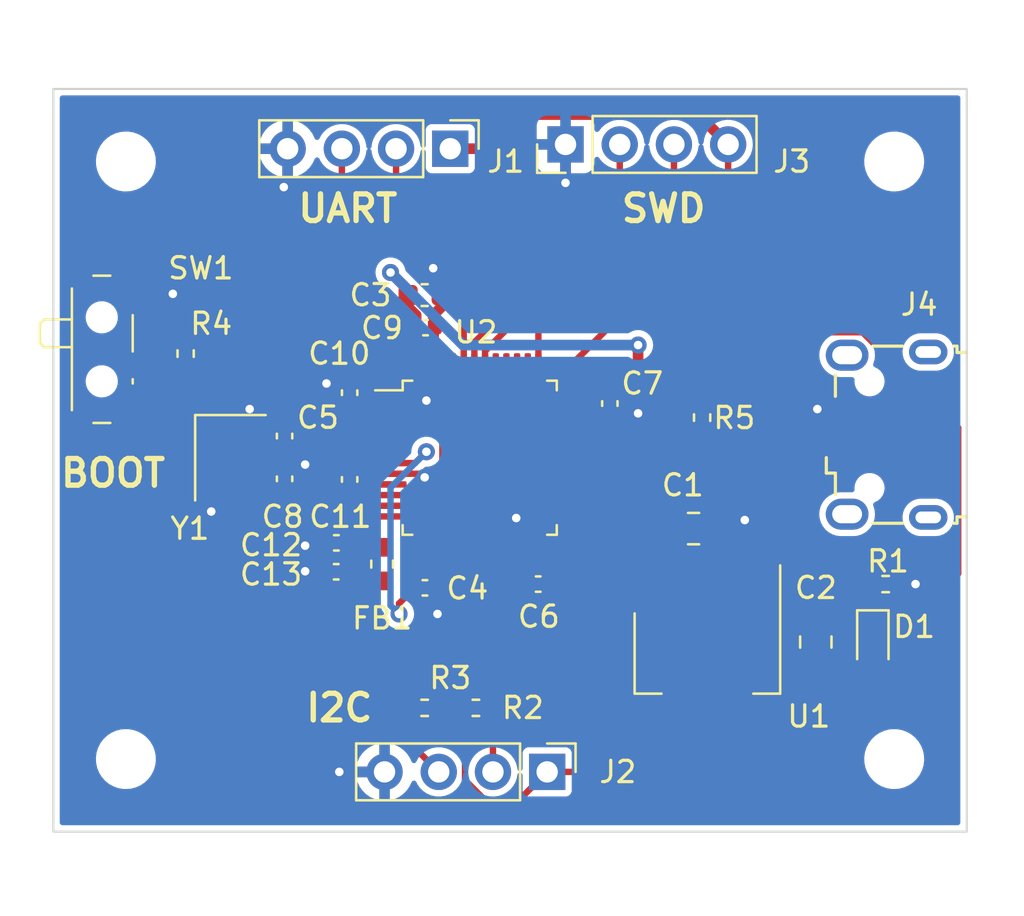
<source format=kicad_pcb>
(kicad_pcb (version 20211014) (generator pcbnew)
  (layers (0 "F.Cu" signal) (31 "B.Cu" power) (34 "B.Paste" user) (35 "F.Paste" user) (36 "B.SilkS" user "B.Silkscreen") (37 "F.SilkS" user "F.Silkscreen") (38 "B.Mask" user) (39 "F.Mask" user) (44 "Edge.Cuts" user))
  (net 0 "")
  (net 1 "VBUS")
  (net 2 "GND")
  (net 3 "+3V3")
  (net 4 "/NRST")
  (net 5 "/HSE_IN")
  (net 6 "/HSE_OUT")
  (net 7 "+3.3VA")
  (net 8 "/PWR_LED_K")
  (net 9 "/USARTT1_TX")
  (net 10 "/USART1_RX")
  (net 11 "/I2C1_SCL")
  (net 12 "/I2C1_SDA")
  (net 13 "/SWCLK")
  (net 14 "/SWDIO")
  (net 15 "/USB_D-")
  (net 16 "/USB_D+")
  (net 19 "/SW_BOOT0")
  (net 20 "/BOOT0")
  (footprint "Capacitor_SMD:C_0402_1005Metric" (layer "F.Cu") (at 71.32 61.8 180)
    (fp_text reference "C6" (at -0.028 -1.524 180) (layer "F.SilkS"))
    (fp_text value "100n")
    (fp_line (start -0.107836 -0.36) (end 0.107836 -0.36) (layer "F.SilkS") (width 0.12))
    (fp_line (start -0.107836 0.36) (end 0.107836 0.36) (layer "F.SilkS") (width 0.12))
    (pad "1" smd roundrect (at -0.48 0 180) (size 0.56 0.62) (layers "F.Cu" "F.Paste" "F.Mask") (net 3 "+3V3"))
    (pad "2" smd roundrect (at 0.48 0 180) (size 0.56 0.62) (layers "F.Cu" "F.Paste" "F.Mask") (net 2 "GND"))
  )
  (footprint "Connector_PinHeader_2.54mm:PinHeader_1x04_P2.54mm_Vertical" (layer "F.Cu") (at 72.6 41.2 90)
    (fp_text reference "J3" (at -0.8 10.6) (layer "F.SilkS"))
    (fp_text value "Conn_01x04_Male")
    (fp_line (start 1.33 1.27) (end 1.33 8.95) (layer "F.SilkS") (width 0.12))
    (fp_line (start -1.33 1.27) (end 1.33 1.27) (layer "F.SilkS") (width 0.12))
    (fp_line (start -1.33 0) (end -1.33 -1.33) (layer "F.SilkS") (width 0.12))
    (fp_line (start -1.33 8.95) (end 1.33 8.95) (layer "F.SilkS") (width 0.12))
    (fp_line (start -1.33 1.27) (end -1.33 8.95) (layer "F.SilkS") (width 0.12))
    (fp_line (start -1.33 -1.33) (end 0 -1.33) (layer "F.SilkS") (width 0.12))
    (pad "1" thru_hole rect (at 0 0 90) (size 1.7 1.7) (drill 1) (layers *.Cu *.Mask) (net 2 "GND"))
    (pad "2" thru_hole oval (at 0 2.54 90) (size 1.7 1.7) (drill 1) (layers *.Cu *.Mask) (net 13 "/SWCLK"))
    (pad "3" thru_hole oval (at 0 5.08 90) (size 1.7 1.7) (drill 1) (layers *.Cu *.Mask) (net 14 "/SWDIO"))
    (pad "4" thru_hole oval (at 0 7.62 90) (size 1.7 1.7) (drill 1) (layers *.Cu *.Mask) (net 3 "+3V3"))
  )
  (footprint "Package_TO_SOT_SMD:SOT-223-3_TabPin2" (layer "F.Cu") (at 79.248 65.024 -90)
    (fp_text reference "U1" (at 2.976 -4.752 180) (layer "F.SilkS"))
    (fp_text value "AMS1117-3.3")
    (fp_line (start 1.91 -3.41) (end 1.91 -2.15) (layer "F.SilkS") (width 0.12))
    (fp_line (start -4.1 -3.41) (end 1.91 -3.41) (layer "F.SilkS") (width 0.12))
    (fp_line (start 1.91 3.41) (end 1.91 2.15) (layer "F.SilkS") (width 0.12))
    (fp_line (start -1.85 3.41) (end 1.91 3.41) (layer "F.SilkS") (width 0.12))
    (pad "1" smd rect (at -3.15 -2.3 270) (size 2 1.5) (layers "F.Cu" "F.Paste" "F.Mask") (net 2 "GND"))
    (pad "2" smd rect (at 3.15 0 270) (size 2 3.8) (layers "F.Cu" "F.Paste" "F.Mask") (net 3 "+3V3"))
    (pad "2" smd rect (at -3.15 0 270) (size 2 1.5) (layers "F.Cu" "F.Paste" "F.Mask") (net 3 "+3V3"))
    (pad "3" smd rect (at -3.15 2.3 270) (size 2 1.5) (layers "F.Cu" "F.Paste" "F.Mask") (net 1 "VBUS"))
  )
  (footprint "Button_Switch_SMD:SW_SPDT_PCM12" (layer "F.Cu") (at 51.2 50.8 -90)
    (fp_text reference "SW1" (at -3.8 -4.313641 180) (layer "F.SilkS"))
    (fp_text value "SW_SPDT")
    (fp_line (start -1.4 1.73) (end -1.4 3.02) (layer "F.SilkS") (width 0.12))
    (fp_line (start -3.45 -0.07) (end -3.45 0.72) (layer "F.SilkS") (width 0.12))
    (fp_line (start -2.85 1.73) (end 2.85 1.73) (layer "F.SilkS") (width 0.12))
    (fp_line (start -0.1 3.02) (end -0.3 3.23) (layer "F.SilkS") (width 0.12))
    (fp_line (start -1.4 3.02) (end -1.2 3.23) (layer "F.SilkS") (width 0.12))
    (fp_line (start 1.4 -1.12) (end 1.6 -1.12) (layer "F.SilkS") (width 0.12))
    (fp_line (start -1.6 -1.12) (end 0.1 -1.12) (layer "F.SilkS") (width 0.12))
    (fp_line (start -1.2 3.23) (end -0.3 3.23) (layer "F.SilkS") (width 0.12))
    (fp_line (start 3.45 0.72) (end 3.45 -0.07) (layer "F.SilkS") (width 0.12))
    (fp_line (start -0.1 3.02) (end -0.1 1.73) (layer "F.SilkS") (width 0.12))
    (pad "" smd rect (at 3.65 -0.78 270) (size 1 0.8) (layers "F.Cu" "F.Paste" "F.Mask"))
    (pad "" np_thru_hole circle (at 1.5 0.33 270) (size 0.9 0.9) (drill 0.9) (layers *.Cu *.Mask))
    (pad "" smd rect (at -3.65 -0.78 270) (size 1 0.8) (layers "F.Cu" "F.Paste" "F.Mask"))
    (pad "" smd rect (at 3.65 1.43 270) (size 1 0.8) (layers "F.Cu" "F.Paste" "F.Mask"))
    (pad "" np_thru_hole circle (at -1.5 0.33 270) (size 0.9 0.9) (drill 0.9) (layers *.Cu *.Mask))
    (pad "" smd rect (at -3.65 1.43 270) (size 1 0.8) (layers "F.Cu" "F.Paste" "F.Mask"))
    (pad "1" smd rect (at -2.25 -1.43 270) (size 0.7 1.5) (layers "F.Cu" "F.Paste" "F.Mask") (net 2 "GND"))
    (pad "2" smd rect (at 0.75 -1.43 270) (size 0.7 1.5) (layers "F.Cu" "F.Paste" "F.Mask") (net 19 "/SW_BOOT0"))
    (pad "3" smd rect (at 2.25 -1.43 270) (size 0.7 1.5) (layers "F.Cu" "F.Paste" "F.Mask") (net 3 "+3V3"))
  )
  (footprint "Capacitor_SMD:C_0402_1005Metric" (layer "F.Cu") (at 59.436 54.864 90)
    (fp_text reference "C5" (at 0.864 1.564) (layer "F.SilkS"))
    (fp_text value "10p")
    (fp_line (start -0.107836 0.36) (end 0.107836 0.36) (layer "F.SilkS") (width 0.12))
    (fp_line (start -0.107836 -0.36) (end 0.107836 -0.36) (layer "F.SilkS") (width 0.12))
    (pad "1" smd roundrect (at -0.48 0 90) (size 0.56 0.62) (layers "F.Cu" "F.Paste" "F.Mask") (net 5 "/HSE_IN"))
    (pad "2" smd roundrect (at 0.48 0 90) (size 0.56 0.62) (layers "F.Cu" "F.Paste" "F.Mask") (net 2 "GND"))
  )
  (footprint "LED_SMD:LED_0603_1608Metric" (layer "F.Cu") (at 87 64.516 -90)
    (fp_text reference "D1" (at -0.716 -1.932 180) (layer "F.SilkS"))
    (fp_text value "RED")
    (fp_line (start 0.8 -0.735) (end -1.485 -0.735) (layer "F.SilkS") (width 0.12))
    (fp_line (start -1.485 -0.735) (end -1.485 0.735) (layer "F.SilkS") (width 0.12))
    (fp_line (start -1.485 0.735) (end 0.8 0.735) (layer "F.SilkS") (width 0.12))
    (pad "1" smd roundrect (at -0.7875 0 270) (size 0.875 0.95) (layers "F.Cu" "F.Paste" "F.Mask") (net 8 "/PWR_LED_K"))
    (pad "2" smd roundrect (at 0.7875 0 270) (size 0.875 0.95) (layers "F.Cu" "F.Paste" "F.Mask") (net 3 "+3V3"))
  )
  (footprint "Inductor_SMD:L_0603_1608Metric" (layer "F.Cu") (at 64.008 60.864652 90)
    (fp_text reference "FB1" (at -2.54 0 180) (layer "F.SilkS"))
    (fp_text value "120R")
    (fp_line (start -0.162779 -0.51) (end 0.162779 -0.51) (layer "F.SilkS") (width 0.12))
    (fp_line (start -0.162779 0.51) (end 0.162779 0.51) (layer "F.SilkS") (width 0.12))
    (pad "1" smd roundrect (at -0.7875 0 90) (size 0.875 0.95) (layers "F.Cu" "F.Paste" "F.Mask") (net 3 "+3V3"))
    (pad "2" smd roundrect (at 0.7875 0 90) (size 0.875 0.95) (layers "F.Cu" "F.Paste" "F.Mask") (net 7 "+3.3VA"))
  )
  (footprint "MountingHole:MountingHole_2.2mm_M2" (layer "F.Cu") (at 52 42)
    (fp_text reference "H1")
    (fp_text value "MountingHole")
    (pad "" np_thru_hole circle (at 0 0) (size 2.2 2.2) (drill 2.2) (layers *.Cu *.Mask))
  )
  (footprint "Capacitor_SMD:C_0805_2012Metric" (layer "F.Cu") (at 78.6 59.2)
    (fp_text reference "C1" (at -0.508 -2.032) (layer "F.SilkS"))
    (fp_text value "22u")
    (fp_line (start -0.261252 0.735) (end 0.261252 0.735) (layer "F.SilkS") (width 0.12))
    (fp_line (start -0.261252 -0.735) (end 0.261252 -0.735) (layer "F.SilkS") (width 0.12))
    (pad "1" smd roundrect (at -0.95 0) (size 1 1.45) (layers "F.Cu" "F.Paste" "F.Mask") (net 1 "VBUS"))
    (pad "2" smd roundrect (at 0.95 0) (size 1 1.45) (layers "F.Cu" "F.Paste" "F.Mask") (net 2 "GND"))
  )
  (footprint "Capacitor_SMD:C_0402_1005Metric" (layer "F.Cu") (at 62.484 56.896 90)
    (fp_text reference "C11" (at -1.744524 -0.435192) (layer "F.SilkS"))
    (fp_text value "10n")
    (fp_line (start -0.107836 0.36) (end 0.107836 0.36) (layer "F.SilkS") (width 0.12))
    (fp_line (start -0.107836 -0.36) (end 0.107836 -0.36) (layer "F.SilkS") (width 0.12))
    (pad "1" smd roundrect (at -0.48 0 90) (size 0.56 0.62) (layers "F.Cu" "F.Paste" "F.Mask") (net 7 "+3.3VA"))
    (pad "2" smd roundrect (at 0.48 0 90) (size 0.56 0.62) (layers "F.Cu" "F.Paste" "F.Mask") (net 2 "GND"))
  )
  (footprint "Capacitor_SMD:C_0402_1005Metric" (layer "F.Cu") (at 66.012 61.976)
    (fp_text reference "C4" (at 1.988 0.024) (layer "F.SilkS"))
    (fp_text value "100n")
    (fp_line (start -0.107836 -0.36) (end 0.107836 -0.36) (layer "F.SilkS") (width 0.12))
    (fp_line (start -0.107836 0.36) (end 0.107836 0.36) (layer "F.SilkS") (width 0.12))
    (pad "1" smd roundrect (at -0.48 0) (size 0.56 0.62) (layers "F.Cu" "F.Paste" "F.Mask") (net 4 "/NRST"))
    (pad "2" smd roundrect (at 0.48 0) (size 0.56 0.62) (layers "F.Cu" "F.Paste" "F.Mask") (net 2 "GND"))
  )
  (footprint "Capacitor_SMD:C_0603_1608Metric" (layer "F.Cu") (at 66 48.26)
    (fp_text reference "C3" (at -2.54 0) (layer "F.SilkS"))
    (fp_text value "10u")
    (fp_line (start -0.14058 -0.51) (end 0.14058 -0.51) (layer "F.SilkS") (width 0.12))
    (fp_line (start -0.14058 0.51) (end 0.14058 0.51) (layer "F.SilkS") (width 0.12))
    (pad "1" smd roundrect (at -0.775 0) (size 0.9 0.95) (layers "F.Cu" "F.Paste" "F.Mask") (net 3 "+3V3"))
    (pad "2" smd roundrect (at 0.775 0) (size 0.9 0.95) (layers "F.Cu" "F.Paste" "F.Mask") (net 2 "GND"))
  )
  (footprint "Capacitor_SMD:C_0402_1005Metric" (layer "F.Cu") (at 62.484 52.832 90)
    (fp_text reference "C10" (at 1.832 -0.484 180) (layer "F.SilkS"))
    (fp_text value "100n")
    (fp_line (start -0.107836 0.36) (end 0.107836 0.36) (layer "F.SilkS") (width 0.12))
    (fp_line (start -0.107836 -0.36) (end 0.107836 -0.36) (layer "F.SilkS") (width 0.12))
    (pad "1" smd roundrect (at -0.48 0 90) (size 0.56 0.62) (layers "F.Cu" "F.Paste" "F.Mask") (net 3 "+3V3"))
    (pad "2" smd roundrect (at 0.48 0 90) (size 0.56 0.62) (layers "F.Cu" "F.Paste" "F.Mask") (net 2 "GND"))
  )
  (footprint "Capacitor_SMD:C_0805_2012Metric" (layer "F.Cu") (at 84.328 64.516 90)
    (fp_text reference "C2" (at 2.54 0 180) (layer "F.SilkS"))
    (fp_text value "22u")
    (fp_line (start -0.261252 -0.735) (end 0.261252 -0.735) (layer "F.SilkS") (width 0.12))
    (fp_line (start -0.261252 0.735) (end 0.261252 0.735) (layer "F.SilkS") (width 0.12))
    (pad "1" smd roundrect (at -0.95 0 90) (size 1 1.45) (layers "F.Cu" "F.Paste" "F.Mask") (net 3 "+3V3"))
    (pad "2" smd roundrect (at 0.95 0 90) (size 1 1.45) (layers "F.Cu" "F.Paste" "F.Mask") (net 2 "GND"))
  )
  (footprint "Capacitor_SMD:C_0402_1005Metric" (layer "F.Cu") (at 74.676 53.34 -90)
    (fp_text reference "C7" (at -0.94 -1.524 180) (layer "F.SilkS"))
    (fp_text value "100n")
    (fp_line (start -0.107836 -0.36) (end 0.107836 -0.36) (layer "F.SilkS") (width 0.12))
    (fp_line (start -0.107836 0.36) (end 0.107836 0.36) (layer "F.SilkS") (width 0.12))
    (pad "1" smd roundrect (at -0.48 0 270) (size 0.56 0.62) (layers "F.Cu" "F.Paste" "F.Mask") (net 3 "+3V3"))
    (pad "2" smd roundrect (at 0.48 0 270) (size 0.56 0.62) (layers "F.Cu" "F.Paste" "F.Mask") (net 2 "GND"))
  )
  (footprint "MountingHole:MountingHole_2.2mm_M2" (layer "F.Cu") (at 52 70)
    (fp_text reference "H3")
    (fp_text value "MountingHole")
    (pad "" np_thru_hole circle (at 0 0) (size 2.2 2.2) (drill 2.2) (layers *.Cu *.Mask))
  )
  (footprint "MountingHole:MountingHole_2.2mm_M2" (layer "F.Cu") (at 88 70)
    (fp_text reference "H4")
    (fp_text value "MountingHole")
    (pad "" np_thru_hole circle (at 0 0) (size 2.2 2.2) (drill 2.2) (layers *.Cu *.Mask))
  )
  (footprint "Crystal:Crystal_SMD_3225-4Pin_3.2x2.5mm" (layer "F.Cu") (at 56.896 55.88 -90)
    (fp_text reference "Y1" (at 3.32 1.896 180) (layer "F.SilkS"))
    (fp_text value "16MHz")
    (fp_line (start -2 1.65) (end 2 1.65) (layer "F.SilkS") (width 0.12))
    (fp_line (start -2 -1.65) (end -2 1.65) (layer "F.SilkS") (width 0.12))
    (pad "1" smd rect (at -1.1 0.85 270) (size 1.4 1.2) (layers "F.Cu" "F.Paste" "F.Mask") (net 5 "/HSE_IN"))
    (pad "2" smd rect (at 1.1 0.85 270) (size 1.4 1.2) (layers "F.Cu" "F.Paste" "F.Mask") (net 2 "GND"))
    (pad "3" smd rect (at 1.1 -0.85 270) (size 1.4 1.2) (layers "F.Cu" "F.Paste" "F.Mask") (net 6 "/HSE_OUT"))
    (pad "4" smd rect (at -1.1 -0.85 270) (size 1.4 1.2) (layers "F.Cu" "F.Paste" "F.Mask") (net 2 "GND"))
  )
  (footprint "Connector_PinHeader_2.54mm:PinHeader_1x04_P2.54mm_Vertical" (layer "F.Cu") (at 67.2 41.4 -90)
    (fp_text reference "J1" (at 0.6 -2.6 180) (layer "F.SilkS"))
    (fp_text value "Conn_01x04_Male")
    (fp_line (start -1.33 1.27) (end -1.33 8.95) (layer "F.SilkS") (width 0.12))
    (fp_line (start 1.33 1.27) (end 1.33 8.95) (layer "F.SilkS") (width 0.12))
    (fp_line (start -1.33 1.27) (end 1.33 1.27) (layer "F.SilkS") (width 0.12))
    (fp_line (start -1.33 -1.33) (end 0 -1.33) (layer "F.SilkS") (width 0.12))
    (fp_line (start -1.33 8.95) (end 1.33 8.95) (layer "F.SilkS") (width 0.12))
    (fp_line (start -1.33 0) (end -1.33 -1.33) (layer "F.SilkS") (width 0.12))
    (pad "1" thru_hole rect (at 0 0 270) (size 1.7 1.7) (drill 1) (layers *.Cu *.Mask) (net 3 "+3V3"))
    (pad "2" thru_hole oval (at 0 2.54 270) (size 1.7 1.7) (drill 1) (layers *.Cu *.Mask) (net 9 "/USARTT1_TX"))
    (pad "3" thru_hole oval (at 0 5.08 270) (size 1.7 1.7) (drill 1) (layers *.Cu *.Mask) (net 10 "/USART1_RX"))
    (pad "4" thru_hole oval (at 0 7.62 270) (size 1.7 1.7) (drill 1) (layers *.Cu *.Mask) (net 2 "GND"))
  )
  (footprint "Resistor_SMD:R_0402_1005Metric" (layer "F.Cu") (at 79 54 -90)
    (fp_text reference "R5" (at 0.014651 -1.508665 180) (layer "F.SilkS"))
    (fp_text value "1k5")
    (fp_line (start -0.153641 0.38) (end 0.153641 0.38) (layer "F.SilkS") (width 0.12))
    (fp_line (start -0.153641 -0.38) (end 0.153641 -0.38) (layer "F.SilkS") (width 0.12))
    (pad "1" smd roundrect (at -0.51 0 270) (size 0.54 0.64) (layers "F.Cu" "F.Paste" "F.Mask") (net 3 "+3V3"))
    (pad "2" smd roundrect (at 0.51 0 270) (size 0.54 0.64) (layers "F.Cu" "F.Paste" "F.Mask") (net 16 "/USB_D+"))
  )
  (footprint "Capacitor_SMD:C_0402_1005Metric" (layer "F.Cu") (at 66.04 49.784)
    (fp_text reference "C9" (at -2.04 0.016) (layer "F.SilkS"))
    (fp_text value "100n")
    (fp_line (start -0.107836 0.36) (end 0.107836 0.36) (layer "F.SilkS") (width 0.12))
    (fp_line (start -0.107836 -0.36) (end 0.107836 -0.36) (layer "F.SilkS") (width 0.12))
    (pad "1" smd roundrect (at -0.48 0) (size 0.56 0.62) (layers "F.Cu" "F.Paste" "F.Mask") (net 3 "+3V3"))
    (pad "2" smd roundrect (at 0.48 0) (size 0.56 0.62) (layers "F.Cu" "F.Paste" "F.Mask") (net 2 "GND"))
  )
  (footprint "Package_QFP:LQFP-48_7x7mm_P0.5mm" (layer "F.Cu") (at 68.58 55.88)
    (fp_text reference "U2" (at -0.18 -5.88) (layer "F.SilkS"))
    (fp_text value "STM32F103C8T6")
    (fp_line (start 3.61 3.61) (end 3.61 3.16) (layer "F.SilkS") (width 0.12))
    (fp_line (start -3.16 -3.61) (end -3.61 -3.61) (layer "F.SilkS") (width 0.12))
    (fp_line (start -3.16 3.61) (end -3.61 3.61) (layer "F.SilkS") (width 0.12))
    (fp_line (start -3.61 -3.61) (end -3.61 -3.16) (layer "F.SilkS") (width 0.12))
    (fp_line (start 3.61 -3.61) (end 3.61 -3.16) (layer "F.SilkS") (width 0.12))
    (fp_line (start 3.16 -3.61) (end 3.61 -3.61) (layer "F.SilkS") (width 0.12))
    (fp_line (start -3.61 3.61) (end -3.61 3.16) (layer "F.SilkS") (width 0.12))
    (fp_line (start -3.61 -3.16) (end -4.9 -3.16) (layer "F.SilkS") (width 0.12))
    (fp_line (start 3.16 3.61) (end 3.61 3.61) (layer "F.SilkS") (width 0.12))
    (pad "1" smd roundrect (at -4.1625 -2.75) (size 1.475 0.3) (layers "F.Cu" "F.Paste" "F.Mask") (net 3 "+3V3"))
    (pad "2" smd roundrect (at -4.1625 -2.25) (size 1.475 0.3) (layers "F.Cu" "F.Paste" "F.Mask"))
    (pad "3" smd roundrect (at -4.1625 -1.75) (size 1.475 0.3) (layers "F.Cu" "F.Paste" "F.Mask"))
    (pad "4" smd roundrect (at -4.1625 -1.25) (size 1.475 0.3) (layers "F.Cu" "F.Paste" "F.Mask"))
    (pad "5" smd roundrect (at -4.1625 -0.75) (size 1.475 0.3) (layers "F.Cu" "F.Paste" "F.Mask") (net 5 "/HSE_IN"))
    (pad "6" smd roundrect (at -4.1625 -0.25) (size 1.475 0.3) (layers "F.Cu" "F.Paste" "F.Mask") (net 6 "/HSE_OUT"))
    (pad "7" smd roundrect (at -4.1625 0.25) (size 1.475 0.3) (layers "F.Cu" "F.Paste" "F.Mask") (net 4 "/NRST"))
    (pad "8" smd roundrect (at -4.1625 0.75) (size 1.475 0.3) (layers "F.Cu" "F.Paste" "F.Mask") (net 2 "GND"))
    (pad "9" smd roundrect (at -4.1625 1.25) (size 1.475 0.3) (layers "F.Cu" "F.Paste" "F.Mask") (net 7 "+3.3VA"))
    (pad "10" smd roundrect (at -4.1625 1.75) (size 1.475 0.3) (layers "F.Cu" "F.Paste" "F.Mask"))
    (pad "11" smd roundrect (at -4.1625 2.25) (size 1.475 0.3) (layers "F.Cu" "F.Paste" "F.Mask"))
    (pad "12" smd roundrect (at -4.1625 2.75) (size 1.475 0.3) (layers "F.Cu" "F.Paste" "F.Mask"))
    (pad "13" smd roundrect (at -2.75 4.1625) (size 0.3 1.475) (layers "F.Cu" "F.Paste" "F.Mask"))
    (pad "14" smd roundrect (at -2.25 4.1625) (size 0.3 1.475) (layers "F.Cu" "F.Paste" "F.Mask"))
    (pad "15" smd roundrect (at -1.75 4.1625) (size 0.3 1.475) (layers "F.Cu" "F.Paste" "F.Mask"))
    (pad "16" smd roundrect (at -1.25 4.1625) (size 0.3 1.475) (layers "F.Cu" "F.Paste" "F.Mask"))
    (pad "17" smd roundrect (at -0.75 4.1625) (size 0.3 1.475) (layers "F.Cu" "F.Paste" "F.Mask"))
    (pad "18" smd roundrect (at -0.25 4.1625) (size 0.3 1.475) (layers "F.Cu" "F.Paste" "F.Mask"))
    (pad "19" smd roundrect (at 0.25 4.1625) (size 0.3 1.475) (layers "F.Cu" "F.Paste" "F.Mask"))
    (pad "20" smd roundrect (at 0.75 4.1625) (size 0.3 1.475) (layers "F.Cu" "F.Paste" "F.Mask"))
    (pad "21" smd roundrect (at 1.25 4.1625) (size 0.3 1.475) (layers "F.Cu" "F.Paste" "F.Mask"))
    (pad "22" smd roundrect (at 1.75 4.1625) (size 0.3 1.475) (layers "F.Cu" "F.Paste" "F.Mask"))
    (pad "23" smd roundrect (at 2.25 4.1625) (size 0.3 1.475) (layers "F.Cu" "F.Paste" "F.Mask") (net 2 "GND"))
    (pad "24" smd roundrect (at 2.75 4.1625) (size 0.3 1.475) (layers "F.Cu" "F.Paste" "F.Mask") (net 3 "+3V3"))
    (pad "25" smd roundrect (at 4.1625 2.75) (size 1.475 0.3) (layers "F.Cu" "F.Paste" "F.Mask"))
    (pad "26" smd roundrect (at 4.1625 2.25) (size 1.475 0.3) (layers "F.Cu" "F.Paste" "F.Mask"))
    (pad "27" smd roundrect (at 4.1625 1.75) (size 1.475 0.3) (layers "F.Cu" "F.Paste" "F.Mask"))
    (pad "28" smd roundrect (at 4.1625 1.25) (size 1.475 0.3) (layers "F.Cu" "F.Paste" "F.Mask"))
    (pad "29" smd roundrect (at 4.1625 0.75) (size 1.475 0.3) (layers "F.Cu" "F.Paste" "F.Mask"))
    (pad "30" smd roundrect (at 4.1625 0.25) (size 1.475 0.3) (layers "F.Cu" "F.Paste" "F.Mask"))
    (pad "31" smd roundrect (at 4.1625 -0.25) (size 1.475 0.3) (layers "F.Cu" "F.Paste" "F.Mask"))
    (pad "32" smd roundrect (at 4.1625 -0.75) (size 1.475 0.3) (layers "F.Cu" "F.Paste" "F.Mask") (net 15 "/USB_D-"))
    (pad "33" smd roundrect (at 4.1625 -1.25) (size 1.475 0.3) (layers "F.Cu" "F.Paste" "F.Mask") (net 16 "/USB_D+"))
    (pad "34" smd roundrect (at 4.1625 -1.75) (size 1.475 0.3) (layers "F.Cu" "F.Paste" "F.Mask") (net 14 "/SWDIO"))
    (pad "35" smd roundrect (at 4.1625 -2.25) (size 1.475 0.3) (layers "F.Cu" "F.Paste" "F.Mask") (net 2 "GND"))
    (pad "36" smd roundrect (at 4.1625 -2.75) (size 1.475 0.3) (layers "F.Cu" "F.Paste" "F.Mask") (net 3 "+3V3"))
    (pad "37" smd roundrect (at 2.75 -4.1625) (size 0.3 1.475) (layers "F.Cu" "F.Paste" "F.Mask") (net 13 "/SWCLK"))
    (pad "38" smd roundrect (at 2.25 -4.1625) (size 0.3 1.475) (layers "F.Cu" "F.Paste" "F.Mask"))
    (pad "39" smd roundrect (at 1.75 -4.1625) (size 0.3 1.475) (layers "F.Cu" "F.Paste" "F.Mask"))
    (pad "40" smd roundrect (at 1.25 -4.1625) (size 0.3 1.475) (layers "F.Cu" "F.Paste" "F.Mask"))
    (pad "41" smd roundrect (at 0.75 -4.1625) (size 0.3 1.475) (layers "F.Cu" "F.Paste" "F.Mask"))
    (pad "42" smd roundrect (at 0.25 -4.1625) (size 0.3 1.475) (layers "F.Cu" "F.Paste" "F.Mask") (net 9 "/USARTT1_TX"))
    (pad "43" smd roundrect (at -0.25 -4.1625) (size 0.3 1.475) (layers "F.Cu" "F.Paste" "F.Mask") (net 10 "/USART1_RX"))
    (pad "44" smd roundrect (at -0.75 -4.1625) (size 0.3 1.475) (layers "F.Cu" "F.Paste" "F.Mask") (net 20 "/BOOT0"))
    (pad "45" smd roundrect (at -1.25 -4.1625) (size 0.3 1.475) (layers "F.Cu" "F.Paste" "F.Mask") (net 11 "/I2C1_SCL"))
    (pad "46" smd roundrect (at -1.75 -4.1625) (size 0.3 1.475) (layers "F.Cu" "F.Paste" "F.Mask") (net 12 "/I2C1_SDA"))
    (pad "47" smd roundrect (at -2.25 -4.1625) (size 0.3 1.475) (layers "F.Cu" "F.Paste" "F.Mask") (net 2 "GND"))
    (pad "48" smd roundrect (at -2.75 -4.1625) (size 0.3 1.475) (layers "F.Cu" "F.Paste" "F.Mask") (net 3 "+3V3"))
  )
  (footprint "Resistor_SMD:R_0402_1005Metric" (layer "F.Cu") (at 66 67.6 180)
    (fp_text reference "R3" (at -1.2 1.4) (layer "F.SilkS"))
    (fp_text value "1k5")
    (fp_line (start -0.153641 -0.38) (end 0.153641 -0.38) (layer "F.SilkS") (width 0.12))
    (fp_line (start -0.153641 0.38) (end 0.153641 0.38) (layer "F.SilkS") (width 0.12))
    (pad "1" smd roundrect (at -0.51 0 180) (size 0.54 0.64) (layers "F.Cu" "F.Paste" "F.Mask") (net 3 "+3V3"))
    (pad "2" smd roundrect (at 0.51 0 180) (size 0.54 0.64) (layers "F.Cu" "F.Paste" "F.Mask") (net 12 "/I2C1_SDA"))
  )
  (footprint "Resistor_SMD:R_0402_1005Metric" (layer "F.Cu") (at 87.6 61.8)
    (fp_text reference "R1" (at 0.11 -1.068) (layer "F.SilkS"))
    (fp_text value "1k5")
    (fp_line (start -0.153641 0.38) (end 0.153641 0.38) (layer "F.SilkS") (width 0.12))
    (fp_line (start -0.153641 -0.38) (end 0.153641 -0.38) (layer "F.SilkS") (width 0.12))
    (pad "1" smd roundrect (at -0.51 0) (size 0.54 0.64) (layers "F.Cu" "F.Paste" "F.Mask") (net 8 "/PWR_LED_K"))
    (pad "2" smd roundrect (at 0.51 0) (size 0.54 0.64) (layers "F.Cu" "F.Paste" "F.Mask") (net 2 "GND"))
  )
  (footprint "Capacitor_SMD:C_0402_1005Metric" (layer "F.Cu") (at 61.855179 61.223573 180)
    (fp_text reference "C13" (at 3.055179 -0.123228) (layer "F.SilkS"))
    (fp_text value "1u")
    (fp_line (start -0.107836 0.36) (end 0.107836 0.36) (layer "F.SilkS") (width 0.12))
    (fp_line (start -0.107836 -0.36) (end 0.107836 -0.36) (layer "F.SilkS") (width 0.12))
    (pad "1" smd roundrect (at -0.48 0 180) (size 0.56 0.62) (layers "F.Cu" "F.Paste" "F.Mask") (net 3 "+3V3"))
    (pad "2" smd roundrect (at 0.48 0 180) (size 0.56 0.62) (layers "F.Cu" "F.Paste" "F.Mask") (net 2 "GND"))
  )
  (footprint "Capacitor_SMD:C_0402_1005Metric" (layer "F.Cu") (at 59.436 56.868 90)
    (fp_text reference "C8" (at -1.772524 -0.093469) (layer "F.SilkS"))
    (fp_text value "10p")
    (fp_line (start -0.107836 -0.36) (end 0.107836 -0.36) (layer "F.SilkS") (width 0.12))
    (fp_line (start -0.107836 0.36) (end 0.107836 0.36) (layer "F.SilkS") (width 0.12))
    (pad "1" smd roundrect (at -0.48 0 90) (size 0.56 0.62) (layers "F.Cu" "F.Paste" "F.Mask") (net 6 "/HSE_OUT"))
    (pad "2" smd roundrect (at 0.48 0 90) (size 0.56 0.62) (layers "F.Cu" "F.Paste" "F.Mask") (net 2 "GND"))
  )
  (footprint "MountingHole:MountingHole_2.2mm_M2" (layer "F.Cu") (at 88 42)
    (fp_text reference "H2")
    (fp_text value "MountingHole")
    (pad "" np_thru_hole circle (at 0 0) (size 2.2 2.2) (drill 2.2) (layers *.Cu *.Mask))
  )
  (footprint "Capacitor_SMD:C_0402_1005Metric" (layer "F.Cu") (at 61.86306 59.868023 180)
    (fp_text reference "C12" (at 3.06306 -0.106029) (layer "F.SilkS"))
    (fp_text value "1u")
    (fp_line (start -0.107836 0.36) (end 0.107836 0.36) (layer "F.SilkS") (width 0.12))
    (fp_line (start -0.107836 -0.36) (end 0.107836 -0.36) (layer "F.SilkS") (width 0.12))
    (pad "1" smd roundrect (at -0.48 0 180) (size 0.56 0.62) (layers "F.Cu" "F.Paste" "F.Mask") (net 7 "+3.3VA"))
    (pad "2" smd roundrect (at 0.48 0 180) (size 0.56 0.62) (layers "F.Cu" "F.Paste" "F.Mask") (net 2 "GND"))
  )
  (footprint "Connector_USB:USB_Micro-B_Wuerth_629105150521" (layer "F.Cu") (at 87.645 54.8 90)
    (fp_text reference "J4" (at 6.096 1.524 180) (layer "F.SilkS"))
    (fp_text value "USB_B_Micro")
    (fp_line (start -4.15 -0.65) (end -4.15 0.75) (layer "F.SilkS") (width 0.15))
    (fp_line (start -1.075 -2.825) (end -1.8 -2.825) (layer "F.SilkS") (width 0.15))
    (fp_line (start -4.15 3.3) (end -3.85 3.3) (layer "F.SilkS") (width 0.15))
    (fp_line (start -1.8 -2.825) (end -1.8 -2.4) (layer "F.SilkS") (width 0.15))
    (fp_line (start -3.85 3.3) (end -3.85 3.75) (layer "F.SilkS") (width 0.15))
    (fp_line (start 4.15 0.75) (end 4.15 -0.65) (layer "F.SilkS") (width 0.15))
    (fp_line (start 4.15 3.3) (end 4.15 3.15) (layer "F.SilkS") (width 0.15))
    (fp_line (start -4.15 3.15) (end -4.15 3.3) (layer "F.SilkS") (width 0.15))
    (fp_line (start 3.85 3.3) (end 4.15 3.3) (layer "F.SilkS") (width 0.15))
    (fp_line (start -1.8 -2.4) (end -2.8 -2.4) (layer "F.SilkS") (width 0.15))
    (fp_line (start 3.85 3.75) (end 3.85 3.3) (layer "F.SilkS") (width 0.15))
    (fp_line (start 1.8 -2.4) (end 2.8 -2.4) (layer "F.SilkS") (width 0.15))
    (pad "" np_thru_hole oval (at -2.5 -0.8 90) (size 0.8 0.8) (drill 0.8) (layers *.Cu *.Mask))
    (pad "" np_thru_hole oval (at 2.5 -0.8 90) (size 0.8 0.8) (drill 0.8) (layers *.Cu *.Mask))
    (pad "1" smd rect (at -1.3 -1.9 90) (size 0.45 1.3) (layers "F.Cu" "F.Paste" "F.Mask") (net 1 "VBUS"))
    (pad "2" smd rect (at -0.65 -1.9 90) (size 0.45 1.3) (layers "F.Cu" "F.Paste" "F.Mask") (net 15 "/USB_D-"))
    (pad "3" smd rect (at 0 -1.9 90) (size 0.45 1.3) (layers "F.Cu" "F.Paste" "F.Mask") (net 16 "/USB_D+"))
    (pad "4" smd rect (at 0.65 -1.9 90) (size 0.45 1.3) (layers "F.Cu" "F.Paste" "F.Mask"))
    (pad "5" smd rect (at 1.3 -1.9 90) (size 0.45 1.3) (layers "F.Cu" "F.Paste" "F.Mask") (net 2 "GND"))
    (pad "6" thru_hole oval (at -3.875 1.95 90) (size 1.15 1.8) (drill oval 0.55 1.2) (layers *.Cu *.Mask))
    (pad "6" thru_hole oval (at 3.875 1.95 90) (size 1.15 1.8) (drill oval 0.55 1.2) (layers *.Cu *.Mask))
    (pad "6" thru_hole oval (at 3.725 -1.85 90) (size 1.45 2) (drill oval 0.85 1.4) (layers *.Cu *.Mask))
    (pad "6" thru_hole oval (at -3.725 -1.85 90) (size 1.45 2) (drill oval 0.85 1.4) (layers *.Cu *.Mask))
  )
  (footprint "Resistor_SMD:R_0402_1005Metric" (layer "F.Cu") (at 68.4 67.6)
    (fp_text reference "R2" (at 2.2 0) (layer "F.SilkS"))
    (fp_text value "1k5")
    (fp_line (start -0.153641 0.38) (end 0.153641 0.38) (layer "F.SilkS") (width 0.12))
    (fp_line (start -0.153641 -0.38) (end 0.153641 -0.38) (layer "F.SilkS") (width 0.12))
    (pad "1" smd roundrect (at -0.51 0) (size 0.54 0.64) (layers "F.Cu" "F.Paste" "F.Mask") (net 3 "+3V3"))
    (pad "2" smd roundrect (at 0.51 0) (size 0.54 0.64) (layers "F.Cu" "F.Paste" "F.Mask") (net 11 "/I2C1_SCL"))
  )
  (footprint "Connector_PinHeader_2.54mm:PinHeader_1x04_P2.54mm_Vertical" (layer "F.Cu") (at 71.74 70.6 -90)
    (fp_text reference "J2" (at 0 -3.312) (layer "F.SilkS"))
    (fp_text value "Conn_01x04_Male")
    (fp_line (start -1.33 8.95) (end 1.33 8.95) (layer "F.SilkS") (width 0.12))
    (fp_line (start -1.33 1.27) (end -1.33 8.95) (layer "F.SilkS") (width 0.12))
    (fp_line (start -1.33 -1.33) (end 0 -1.33) (layer "F.SilkS") (width 0.12))
    (fp_line (start 1.33 1.27) (end 1.33 8.95) (layer "F.SilkS") (width 0.12))
    (fp_line (start -1.33 1.27) (end 1.33 1.27) (layer "F.SilkS") (width 0.12))
    (fp_line (start -1.33 0) (end -1.33 -1.33) (layer "F.SilkS") (width 0.12))
    (pad "1" thru_hole rect (at 0 0 270) (size 1.7 1.7) (drill 1) (layers *.Cu *.Mask) (net 3 "+3V3"))
    (pad "2" thru_hole oval (at 0 2.54 270) (size 1.7 1.7) (drill 1) (layers *.Cu *.Mask) (net 11 "/I2C1_SCL"))
    (pad "3" thru_hole oval (at 0 5.08 270) (size 1.7 1.7) (drill 1) (layers *.Cu *.Mask) (net 12 "/I2C1_SDA"))
    (pad "4" thru_hole oval (at 0 7.62 270) (size 1.7 1.7) (drill 1) (layers *.Cu *.Mask) (net 2 "GND"))
  )
  (footprint "Resistor_SMD:R_0402_1005Metric" (layer "F.Cu") (at 54.8 51 90)
    (fp_text reference "R4" (at 1.4 1.2 180) (layer "F.SilkS"))
    (fp_text value "10k")
    (fp_line (start -0.153641 0.38) (end 0.153641 0.38) (layer "F.SilkS") (width 0.12))
    (fp_line (start -0.153641 -0.38) (end 0.153641 -0.38) (layer "F.SilkS") (width 0.12))
    (pad "1" smd roundrect (at -0.51 0 90) (size 0.54 0.64) (layers "F.Cu" "F.Paste" "F.Mask") (net 19 "/SW_BOOT0"))
    (pad "2" smd roundrect (at 0.51 0 90) (size 0.54 0.64) (layers "F.Cu" "F.Paste" "F.Mask") (net 20 "/BOOT0"))
  )
  (gr_rect (start 91.4 73.4) (end 48.6 38.6) (layer "Edge.Cuts") (width 0.1) (fill none))
  (gr_text "BOOT" (at 51.4 56.6) (layer "F.SilkS") (effects (font (size 1.25 1.25) (thickness 0.25))))
  (gr_text "I2C" (at 62 67.6) (layer "F.SilkS") (effects (font (size 1.25 1.25) (thickness 0.25))))
  (gr_text "UART" (at 62.4 44.2) (layer "F.SilkS") (effects (font (size 1.25 1.25) (thickness 0.25))))
  (gr_text "SWD" (at 77.2 44.2) (layer "F.SilkS") (effects (font (size 1.25 1.25) (thickness 0.25))))
  (segment (start 76.948 59.902) (end 77.65 59.2) (width 0.5) (layer "F.Cu") (net 1))
  (segment (start 80.725489 56.124511) (end 85.720489 56.124511) (width 0.5) (layer "F.Cu") (net 1))
  (segment (start 77.65 59.2) (end 80.725489 56.124511) (width 0.5) (layer "F.Cu") (net 1))
  (segment (start 76.948 61.874) (end 76.948 59.902) (width 0.5) (layer "F.Cu") (net 1))
  (segment (start 66.775 48.26) (end 66.775 47.375) (width 0.5) (layer "F.Cu") (net 2))
  (segment (start 74.676 53.82) (end 75.98 53.82) (width 0.3) (layer "F.Cu") (net 2))
  (segment (start 59.58 43.02) (end 59.4 43.2) (width 0.5) (layer "F.Cu") (net 2))
  (segment (start 70.330861 58.7055) (end 70.289904 58.7055) (width 0.3) (layer "F.Cu") (net 2))
  (segment (start 60.531977 59.868023) (end 60.4 60) (width 0.5) (layer "F.Cu") (net 2))
  (segment (start 66.775 47.375) (end 66.4 47) (width 0.5) (layer "F.Cu") (net 2))
  (segment (start 64.4175 56.63) (end 65.83 56.63) (width 0.3) (layer "F.Cu") (net 2))
  (segment (start 73.63 53.63) (end 73.82 53.82) (width 0.3) (layer "F.Cu") (net 2))
  (segment (start 61.38306 59.868023) (end 60.531977 59.868023) (width 0.5) (layer "F.Cu") (net 2))
  (segment (start 81.548 60.148) (end 80.6 59.2) (width 0.5) (layer "F.Cu") (net 2))
  (segment (start 63.365639 56.416) (end 62.484 56.416) (width 0.3) (layer "F.Cu") (net 2))
  (segment (start 60.423573 61.223573) (end 60.4 61.2) (width 0.5) (layer "F.Cu") (net 2))
  (segment (start 66.33 51.7175) (end 66.33 52.9505) (width 0.3) (layer "F.Cu") (net 2))
  (segment (start 66.492 63.092) (end 66.6 63.2) (width 0.5) (layer "F.Cu") (net 2))
  (segment (start 61.448 52.352) (end 61.4 52.4) (width 0.5) (layer "F.Cu") (net 2))
  (segment (start 73.82 53.82) (end 74.676 53.82) (width 0.3) (layer "F.Cu") (net 2))
  (segment (start 57.746 54.78) (end 57.746 53.654) (width 0.5) (layer "F.Cu") (net 2))
  (segment (start 84.5 53.5) (end 84.4 53.6) (width 0.3) (layer "F.Cu") (net 2))
  (segment (start 88.11 61.8) (end 89 61.8) (width 0.5) (layer "F.Cu") (net 2))
  (segment (start 66.775 48.26) (end 66.775 48.825) (width 0.5) (layer "F.Cu") (net 2))
  (segment (start 83.24 63.566) (end 81.548 61.874) (width 0.5) (layer "F.Cu") (net 2))
  (segment (start 66.33 50.875489) (end 66.52 50.685489) (width 0.3) (layer "F.Cu") (net 2))
  (segment (start 57.746 53.654) (end 57.8 53.6) (width 0.5) (layer "F.Cu") (net 2))
  (segment (start 66.33 52.9505) (end 66.0805 53.2) (width 0.3) (layer "F.Cu") (net 2))
  (segment (start 70.83 60.0425) (end 70.83 59.204639) (width 0.3) (layer "F.Cu") (net 2))
  (segment (start 75.98 53.82) (end 76 53.8) (width 0.3) (layer "F.Cu") (net 2))
  (segment (start 53.85 48.55) (end 54.2 48.2) (width 0.5) (layer "F.Cu") (net 2))
  (segment (start 66.33 51.7175) (end 66.33 50.875489) (width 0.3) (layer "F.Cu") (net 2))
  (segment (start 61.375179 61.223573) (end 60.423573 61.223573) (width 0.5) (layer "F.Cu") (net 2))
  (segment (start 62.484 52.352) (end 61.448 52.352) (width 0.5) (layer "F.Cu") (net 2))
  (segment (start 59.58 41.4) (end 59.58 43.02) (width 0.5) (layer "F.Cu") (net 2))
  (segment (start 70.754511 61.714511) (end 70.84 61.8) (width 0.3) (layer "F.Cu") (net 2))
  (segment (start 84.328 63.566) (end 83.24 63.566) (width 0.5) (layer "F.Cu") (net 2))
  (segment (start 70.754511 60.95585) (end 70.754511 61.714511) (width 0.3) (layer "F.Cu") (net 2))
  (segment (start 66.4 49.664) (end 66.52 49.784) (width 0.5) (layer "F.Cu") (net 2))
  (segment (start 59.436 56.388) (end 60.212 56.388) (width 0.5) (layer "F.Cu") (net 2))
  (segment (start 81.548 61.874) (end 81.548 60.148) (width 0.5) (layer "F.Cu") (net 2))
  (segment (start 70.83 60.0425) (end 70.83 60.880361) (width 0.3) (layer "F.Cu") (net 2))
  (segment (start 70.83 59.204639) (end 70.330861 58.7055) (width 0.3) (layer "F.Cu") (net 2))
  (segment (start 70.83 60.880361) (end 70.754511 60.95585) (width 0.3) (layer "F.Cu") (net 2))
  (segment (start 85.745 53.5) (end 84.5 53.5) (width 0.3) (layer "F.Cu") (net 2))
  (segment (start 60.212 56.388) (end 60.4 56.2) (width 0.5) (layer "F.Cu") (net 2))
  (segment (start 66.492 61.976) (end 66.492 63.092) (width 0.5) (layer "F.Cu") (net 2))
  (segment (start 66.4 49.2) (end 66.4 49.664) (width 0.5) (layer "F.Cu") (net 2))
  (segment (start 56.046 56.98) (end 56.046 58.354) (width 0.5) (layer "F.Cu") (net 2))
  (segment (start 63.579639 56.63) (end 63.365639 56.416) (width 0.3) (layer "F.Cu") (net 2))
  (segment (start 66.52 50.685489) (end 66.52 49.784) (width 0.3) (layer "F.Cu") (net 2))
  (segment (start 52.63 48.55) (end 53.85 48.55) (width 0.5) (layer "F.Cu") (net 2))
  (segment (start 58.142 54.384) (end 57.746 54.78) (width 0.5) (layer "F.Cu") (net 2))
  (segment (start 65.83 56.63) (end 66 56.8) (width 0.3) (layer "F.Cu") (net 2))
  (segment (start 72.6 41.2) (end 72.6 43) (width 0.5) (layer "F.Cu") (net 2))
  (segment (start 66.775 48.825) (end 66.4 49.2) (width 0.5) (layer "F.Cu") (net 2))
  (segment (start 80.6 59.2) (end 81 58.8) (width 0.5) (layer "F.Cu") (net 2))
  (segment (start 64.12 70.6) (end 62 70.6) (width 0.5) (layer "F.Cu") (net 2))
  (segment (start 64.4175 56.63) (end 63.579639 56.63) (width 0.3) (layer "F.Cu") (net 2))
  (segment (start 56.046 58.354) (end 56 58.4) (width 0.5) (layer "F.Cu") (net 2))
  (segment (start 72.7425 53.63) (end 73.63 53.63) (width 0.3) (layer "F.Cu") (net 2))
  (segment (start 59.436 54.384) (end 58.142 54.384) (width 0.5) (layer "F.Cu") (net 2))
  (segment (start 79.55 59.2) (end 80.6 59.2) (width 0.5) (layer "F.Cu") (net 2))
  (via (at 76 53.8) (size 0.8) (drill 0.4) (layers "F.Cu" "B.Cu") (net 2))
  (via (at 81 58.8) (size 0.8) (drill 0.4) (layers "F.Cu" "B.Cu") (net 2))
  (via (at 57.8 53.6) (size 0.8) (drill 0.4) (layers "F.Cu" "B.Cu") (net 2))
  (via (at 72.6 43) (size 0.8) (drill 0.4) (layers "F.Cu" "B.Cu") (net 2))
  (via (at 66.6 63.2) (size 0.8) (drill 0.4) (layers "F.Cu" "B.Cu") (net 2))
  (via (at 66.4 47) (size 0.8) (drill 0.4) (layers "F.Cu" "B.Cu") (net 2))
  (via (at 60.4 60) (size 0.8) (drill 0.4) (layers "F.Cu" "B.Cu") (net 2))
  (via (at 61.4 52.4) (size 0.8) (drill 0.4) (layers "F.Cu" "B.Cu") (net 2))
  (via (at 62 70.6) (size 0.8) (drill 0.4) (layers "F.Cu" "B.Cu") (net 2))
  (via (at 84.4 53.6) (size 0.8) (drill 0.4) (layers "F.Cu" "B.Cu") (net 2))
  (via (at 70.289904 58.7055) (size 0.8) (drill 0.4) (layers "F.Cu" "B.Cu") (net 2))
  (via (at 54.2 48.2) (size 0.8) (drill 0.4) (layers "F.Cu" "B.Cu") (net 2))
  (via (at 89 61.8) (size 0.8) (drill 0.4) (layers "F.Cu" "B.Cu") (net 2))
  (via (at 60.4 61.2) (size 0.8) (drill 0.4) (layers "F.Cu" "B.Cu") (net 2))
  (via (at 60.4 56.2) (size 0.8) (drill 0.4) (layers "F.Cu" "B.Cu") (net 2))
  (via (at 59.4 43.2) (size 0.8) (drill 0.4) (layers "F.Cu" "B.Cu") (net 2))
  (via (at 56 58.4) (size 0.8) (drill 0.4) (layers "F.Cu" "B.Cu") (net 2))
  (via (at 66.0805 53.2) (size 0.8) (drill 0.4) (layers "F.Cu" "B.Cu") (net 2))
  (via (at 66 56.8) (size 0.8) (drill 0.4) (layers "F.Cu" "B.Cu") (net 2))
  (segment (start 62.52682 53.35482) (end 62.484 53.312) (width 0.3) (layer "F.Cu") (net 3))
  (segment (start 84.4 69) (end 84.4 65.538) (width 0.3) (layer "F.Cu") (net 3))
  (segment (start 62.335179 61.223573) (end 63.579421 61.223573) (width 0.5) (layer "F.Cu") (net 3))
  (segment (start 65.225 48.825) (end 65.6 49.2) (width 0.5) (layer "F.Cu") (net 3))
  (segment (start 67.89 70.986366) (end 68.903634 72) (width 0.3) (layer "F.Cu") (net 3))
  (segment (start 86.51508 50.00048) (end 91 54.4854) (width 0.3) (layer "F.Cu") (net 3))
  (segment (start 65.6 49.744) (end 65.56 49.784) (width 0.5) (layer "F.Cu") (net 3))
  (segment (start 73.47 53.13) (end 73.74 52.86) (width 0.3) (layer "F.Cu") (net 3))
  (segment (start 79.248 62.023022) (end 79.248 61.874) (width 0.3) (layer "F.Cu") (net 3))
  (segment (start 72.7425 53.13) (end 73.47 53.13) (width 0.3) (layer "F.Cu") (net 3))
  (segment (start 68.903634 72) (end 70.34 72) (width 0.3) (layer "F.Cu") (net 3))
  (segment (start 67.89 67.6) (end 66.51 67.6) (width 0.3) (layer "F.Cu") (net 3))
  (segment (start 79 53.49) (end 79 48.4) (width 0.3) (layer "F.Cu") (net 3))
  (segment (start 53 53.42) (end 52.63 53.05) (width 0.5) (layer "F.Cu") (net 3))
  (segment (start 91 61.3035) (end 87 65.3035) (width 0.3) (layer "F.Cu") (net 3))
  (segment (start 82.690978 65.466) (end 79.248 62.023022) (width 0.3) (layer "F.Cu") (net 3))
  (segment (start 63.579639 53.13) (end 63.354819 53.35482) (width 0.3) (layer "F.Cu") (net 3))
  (segment (start 80.22 47.18) (end 80.22 41.2) (width 0.3) (layer "F.Cu") (net 3))
  (segment (start 65.83 51.7175) (end 65.83 51.03) (width 0.3) (layer "F.Cu") (net 3))
  (segment (start 84.328 65.466) (end 86.8375 65.466) (width 0.3) (layer "F.Cu") (net 3))
  (segment (start 79 53.49) (end 82.48952 50.00048) (width 0.3) (layer "F.Cu") (net 3))
  (segment (start 65.225 48.26) (end 65.225 48.025) (width 0.5) (layer "F.Cu") (net 3))
  (segment (start 57.148609 53.05) (end 57.44812 52.750489) (width 0.5) (layer "F.Cu") (net 3))
  (segment (start 70.6 39.8) (end 78.82 39.8) (width 0.5) (layer "F.Cu") (net 3))
  (segment (start 63.354819 53.35482) (end 62.52682 53.35482) (width 0.3) (layer "F.Cu") (net 3))
  (segment (start 82.48952 50.00048) (end 86.51508 50.00048) (width 0.3) (layer "F.Cu") (net 3))
  (segment (start 71.8 61.2) (end 71.8 61.8) (width 0.3) (layer "F.Cu") (net 3))
  (segment (start 86.8375 65.466) (end 87 65.3035) (width 0.3) (layer "F.Cu") (net 3))
  (segment (start 84.328 65.466) (end 82.690978 65.466) (width 0.3) (layer "F.Cu") (net 3))
  (segment (start 60.549098 52.750489) (end 61.110609 53.312) (width 0.5) (layer "F.Cu") (net 3))
  (segment (start 78.82 39.8) (end 80.22 41.2) (width 0.5) (layer "F.Cu") (net 3))
  (segment (start 67.89 67.6) (end 67.89 70.986366) (width 0.3) (layer "F.Cu") (net 3))
  (segment (start 53 59.6) (end 53 53.42) (width 0.5) (layer "F.Cu") (net 3))
  (segment (start 81.62 68.174) (end 84.328 65.466) (width 0.5) (layer "F.Cu") (net 3))
  (segment (start 67.89 65.91) (end 72 61.8) (width 0.3) (layer "F.Cu") (net 3))
  (segment (start 63.579421 61.223573) (end 64.008 61.652152) (width 0.5) (layer "F.Cu") (net 3))
  (segment (start 64.4175 53.13) (end 63.579639 53.13) (width 0.3) (layer "F.Cu") (net 3))
  (segment (start 67.2 41.4) (end 69 41.4) (width 0.5) (layer "F.Cu") (net 3))
  (segment (start 78.37 52.86) (end 79 53.49) (width 0.3) (layer "F.Cu") (net 3))
  (segment (start 73.74 52.86) (end 74.676 52.86) (width 0.3) (layer "F.Cu") (net 3))
  (segment (start 61.110609 53.312) (end 62.484 53.312) (width 0.5) (layer "F.Cu") (net 3))
  (segment (start 71.33 60.0425) (end 71.33 60.73) (width 0.3) (layer "F.Cu") (net 3))
  (segment (start 76 50.6) (end 76 51.536) (width 0.5) (layer "F.Cu") (net 3))
  (segment (start 71.74 70.6) (end 82.8 70.6) (width 0.3) (layer "F.Cu") (net 3))
  (segment (start 65.225 48.025) (end 64.4 47.2) (width 0.5) (layer "F.Cu") (net 3))
  (segment (start 62.460152 63.2) (end 56.6 63.2) (width 0.5) (layer "F.Cu") (net 3))
  (segment (start 57.44812 52.750489) (end 60.549098 52.750489) (width 0.5) (layer "F.Cu") (net 3))
  (segment (start 56.6 63.2) (end 53 59.6) (width 0.5) (layer "F.Cu") (net 3))
  (segment (start 71.33 60.73) (end 71.8 61.2) (width 0.3) (layer "F.Cu") (net 3))
  (segment (start 84.4 65.538) (end 84.328 65.466) (width 0.3) (layer "F.Cu") (net 3))
  (segment (start 79.248 68.174) (end 81.62 68.174) (width 0.5) (layer "F.Cu") (net 3))
  (segment (start 91 54.4854) (end 91 61.3035) (width 0.3) (layer "F.Cu") (net 3))
  (segment (start 82.8 70.6) (end 84.4 69) (width 0.3) (layer "F.Cu") (net 3))
  (segment (start 67.89 67.6) (end 67.89 65.91) (width 0.3) (layer "F.Cu") (net 3))
  (segment (start 65.83 51.7175) (end 64.4175 53.13) (width 0.3) (layer "F.Cu") (net 3))
  (segment (start 52.63 53.05) (end 57.148609 53.05) (width 0.5) (layer "F.Cu") (net 3))
  (segment (start 65.225 48.26) (end 65.225 48.825) (width 0.5) (layer "F.Cu") (net 3))
  (segment (start 69 41.4) (end 70.6 39.8) (width 0.5) (layer "F.Cu") (net 3))
  (segment (start 65.6 49.2) (end 65.6 49.744) (width 0.5) (layer "F.Cu") (net 3))
  (segment (start 64.008 61.652152) (end 62.460152 63.2) (width 0.5) (layer "F.Cu") (net 3))
  (segment (start 65.56 50.76) (end 65.56 49.784) (width 0.3) (layer "F.Cu") (net 3))
  (segment (start 79 48.4) (end 80.22 47.18) (width 0.3) (layer "F.Cu") (net 3))
  (segment (start 65.83 51.03) (end 65.56 50.76) (width 0.3) (layer "F.Cu") (net 3))
  (segment (start 76 51.536) (end 74.676 52.86) (width 0.5) (layer "F.Cu") (net 3))
  (segment (start 70.34 72) (end 71.74 70.6) (width 0.3) (layer "F.Cu") (net 3))
  (segment (start 74.676 52.86) (end 78.37 52.86) (width 0.3) (layer "F.Cu") (net 3))
  (via (at 76 50.6) (size 0.8) (drill 0.4) (layers "F.Cu" "B.Cu") (net 3))
  (via (at 64.4 47.2) (size 0.8) (drill 0.4) (layers "F.Cu" "B.Cu") (net 3))
  (segment (start 64.4 47.2) (end 67.8 50.6) (width 0.5) (layer "B.Cu") (net 3))
  (segment (start 67.8 50.6) (end 76 50.6) (width 0.5) (layer "B.Cu") (net 3))
  (segment (start 65.5505 56.13) (end 64.4175 56.13) (width 0.3) (layer "F.Cu") (net 4))
  (segment (start 64.8 62.708) (end 65.532 61.976) (width 0.3) (layer "F.Cu") (net 4))
  (segment (start 64.8 63.2) (end 64.8 62.708) (width 0.3) (layer "F.Cu") (net 4))
  (segment (start 66.0805 55.6) (end 65.5505 56.13) (width 0.3) (layer "F.Cu") (net 4))
  (via (at 64.8 63.2) (size 0.8) (drill 0.4) (layers "F.Cu" "B.Cu") (net 4))
  (via (at 66.0805 55.6) (size 0.8) (drill 0.4) (layers "F.Cu" "B.Cu") (net 4))
  (segment (start 64.4 57.2805) (end 64.4 62.8) (width 0.3) (layer "B.Cu") (net 4))
  (segment (start 66.0805 55.6) (end 64.4 57.2805) (width 0.3) (layer "B.Cu") (net 4))
  (segment (start 64.4 62.8) (end 64.8 63.2) (width 0.3) (layer "B.Cu") (net 4))
  (segment (start 63.249639 54.8) (end 60.2 54.8) (width 0.3) (layer "F.Cu") (net 5))
  (segment (start 56.796489 55.829511) (end 56.046 55.079022) (width 0.3) (layer "F.Cu") (net 5))
  (segment (start 60.2 54.8) (end 59.656 55.344) (width 0.3) (layer "F.Cu") (net 5))
  (segment (start 64.4175 55.13) (end 63.579639 55.13) (width 0.3) (layer "F.Cu") (net 5))
  (segment (start 59.436 55.344) (end 58.950489 55.829511) (width 0.3) (layer "F.Cu") (net 5))
  (segment (start 58.950489 55.829511) (end 56.796489 55.829511) (width 0.3) (layer "F.Cu") (net 5))
  (segment (start 63.579639 55.13) (end 63.249639 54.8) (width 0.3) (layer "F.Cu") (net 5))
  (segment (start 59.656 55.344) (end 59.436 55.344) (width 0.3) (layer "F.Cu") (net 5))
  (segment (start 56.046 55.079022) (end 56.046 54.78) (width 0.3) (layer "F.Cu") (net 5))
  (segment (start 64.4175 55.63) (end 62.267715 55.63) (width 0.3) (layer "F.Cu") (net 6))
  (segment (start 60.549715 57.348) (end 59.436 57.348) (width 0.3) (layer "F.Cu") (net 6))
  (segment (start 62.267715 55.63) (end 60.549715 57.348) (width 0.3) (layer "F.Cu") (net 6))
  (segment (start 57.746 56.98) (end 59.068 56.98) (width 0.3) (layer "F.Cu") (net 6))
  (segment (start 59.068 56.98) (end 59.436 57.348) (width 0.3) (layer "F.Cu") (net 6))
  (segment (start 64.4175 57.13) (end 63.579639 57.13) (width 0.3) (layer "F.Cu") (net 7))
  (segment (start 62.552189 60.077152) (end 62.34306 59.868023) (width 0.5) (layer "F.Cu") (net 7))
  (segment (start 64.008 60.077152) (end 62.552189 60.077152) (width 0.5) (layer "F.Cu") (net 7))
  (segment (start 63.333639 57.376) (end 62.484 57.376) (width 0.3) (layer "F.Cu") (net 7))
  (segment (start 62.484 59.727083) (end 62.34306 59.868023) (width 0.3) (layer "F.Cu") (net 7))
  (segment (start 62.484 57.376) (end 62.484 59.727083) (width 0.3) (layer "F.Cu") (net 7))
  (segment (start 63.579639 57.13) (end 63.333639 57.376) (width 0.3) (layer "F.Cu") (net 7))
  (segment (start 87.09 61.8) (end 87.09 63.6385) (width 0.5) (layer "F.Cu") (net 8))
  (segment (start 87.09 63.6385) (end 87 63.7285) (width 0.5) (layer "F.Cu") (net 8))
  (segment (start 70.2 49.509639) (end 70.2 44.8) (width 0.3) (layer "F.Cu") (net 9))
  (segment (start 68.83 50.879639) (end 70.2 49.509639) (width 0.3) (layer "F.Cu") (net 9))
  (segment (start 65.2 43.4) (end 64.66 42.86) (width 0.3) (layer "F.Cu") (net 9))
  (segment (start 68.8 43.4) (end 65.2 43.4) (width 0.3) (layer "F.Cu") (net 9))
  (segment (start 64.66 42.86) (end 64.66 41.4) (width 0.3) (layer "F.Cu") (net 9))
  (segment (start 68.83 51.7175) (end 68.83 50.879639) (width 0.3) (layer "F.Cu") (net 9))
  (segment (start 70.2 44.8) (end 68.8 43.4) (width 0.3) (layer "F.Cu") (net 9))
  (segment (start 68.33 50.47) (end 69.4 49.4) (width 0.3) (layer "F.Cu") (net 10))
  (segment (start 69.4 49.4) (end 69.4 45.2) (width 0.3) (layer "F.Cu") (net 10))
  (segment (start 62.12 43.52) (end 62.12 41.4) (width 0.3) (layer "F.Cu") (net 10))
  (segment (start 68.33 51.7175) (end 68.33 50.47) (width 0.3) (layer "F.Cu") (net 10))
  (segment (start 62.6 44) (end 62.12 43.52) (width 0.3) (layer "F.Cu") (net 10))
  (segment (start 69.4 45.2) (end 68.2 44) (width 0.3) (layer "F.Cu") (net 10))
  (segment (start 68.2 44) (end 62.6 44) (width 0.3) (layer "F.Cu") (net 10))
  (segment (start 69.2 70.6) (end 69.2 67.89) (width 0.3) (layer "F.Cu") (net 11))
  (segment (start 67.33 51.7175) (end 67.33 54.605978) (width 0.3) (layer "F.Cu") (net 11))
  (segment (start 67.33 54.605978) (end 72.6 59.875978) (width 0.3) (layer "F.Cu") (net 11))
  (segment (start 72.6 59.875978) (end 72.6 63.91) (width 0.3) (layer "F.Cu") (net 11))
  (segment (start 69.2 67.89) (end 68.91 67.6) (width 0.3) (layer "F.Cu") (net 11))
  (segment (start 72.6 63.91) (end 68.91 67.6) (width 0.3) (layer "F.Cu") (net 11))
  (segment (start 65.49 67.6) (end 65.49 69.43) (width 0.3) (layer "F.Cu") (net 12))
  (segment (start 65.33048 59.204159) (end 65.33048 60.93048) (width 0.3) (layer "F.Cu") (net 12))
  (segment (start 67.11648 61.31648) (end 67.6 61.8) (width 0.3) (layer "F.Cu") (net 12))
  (segment (start 65.33048 60.93048) (end 65.71648 61.31648) (width 0.3) (layer "F.Cu") (net 12))
  (segment (start 67.6 61.8) (end 67.6 65.49) (width 0.3) (layer "F.Cu") (net 12))
  (segment (start 65.49 69.43) (end 66.66 70.6) (width 0.3) (layer "F.Cu") (net 12))
  (segment (start 66.83 51.7175) (end 66.83 57.704639) (width 0.3) (layer "F.Cu") (net 12))
  (segment (start 65.71648 61.31648) (end 67.11648 61.31648) (width 0.3) (layer "F.Cu") (net 12))
  (segment (start 67.6 65.49) (end 65.49 67.6) (width 0.3) (layer "F.Cu") (net 12))
  (segment (start 66.83 57.704639) (end 65.33048 59.204159) (width 0.3) (layer "F.Cu") (net 12))
  (segment (start 71.33 51.7175) (end 71.33 49.27) (width 0.3) (layer "F.Cu") (net 13))
  (segment (start 75.14 45.46) (end 75.14 41.2) (width 0.3) (layer "F.Cu") (net 13))
  (segment (start 71.33 49.27) (end 75.14 45.46) (width 0.3) (layer "F.Cu") (net 13))
  (segment (start 77.68 46.72) (end 77.68 41.2) (width 0.3) (layer "F.Cu") (net 14))
  (segment (start 71.65548 53.880841) (end 71.65548 52.74452) (width 0.3) (layer "F.Cu") (net 14))
  (segment (start 72.7425 54.13) (end 71.904639 54.13) (width 0.3) (layer "F.Cu") (net 14))
  (segment (start 71.904639 54.13) (end 71.65548 53.880841) (width 0.3) (layer "F.Cu") (net 14))
  (segment (start 71.65548 52.74452) (end 77.68 46.72) (width 0.3) (layer "F.Cu") (net 14))
  (segment (start 84.934595 55.45) (end 85.745 55.45) (width 0.2) (layer "F.Cu") (net 15))
  (segment (start 72.7425 55.13) (end 72.79298 55.07952) (width 0.2) (layer "F.Cu") (net 15))
  (segment (start 72.79298 55.07952) (end 84.564115 55.07952) (width 0.2) (layer "F.Cu") (net 15))
  (segment (start 84.564115 55.07952) (end 84.934595 55.45) (width 0.2) (layer "F.Cu") (net 15))
  (segment (start 84.795489 54.654999) (end 84.795489 54.674511) (width 0.2) (layer "F.Cu") (net 16))
  (segment (start 79 54.51) (end 79 54.575001) (width 0.3) (layer "F.Cu") (net 16))
  (segment (start 84.795489 54.674511) (end 85.605908 54.674511) (width 0.2) (layer "F.Cu") (net 16))
  (segment (start 85.605908 54.674511) (end 85.731397 54.8) (width 0.2) (layer "F.Cu") (net 16))
  (segment (start 72.7425 54.63) (end 72.767499 54.654999) (width 0.2) (layer "F.Cu") (net 16))
  (segment (start 85.731397 54.8) (end 85.745 54.8) (width 0.2) (layer "F.Cu") (net 16))
  (segment (start 79 54.6) (end 78.97 54.63) (width 0.3) (layer "F.Cu") (net 16))
  (segment (start 78.97 54.63) (end 78.945001 54.63) (width 0.3) (layer "F.Cu") (net 16))
  (segment (start 79 54.575001) (end 78.945001 54.63) (width 0.3) (layer "F.Cu") (net 16))
  (segment (start 72.767499 54.654999) (end 84.795489 54.654999) (width 0.2) (layer "F.Cu") (net 16))
  (segment (start 54.76 51.55) (end 54.8 51.51) (width 0.5) (layer "F.Cu") (net 19))
  (segment (start 52.63 51.55) (end 54.76 51.55) (width 0.5) (layer "F.Cu") (net 19))
  (segment (start 67.83 47.23) (end 66.8 46.2) (width 0.3) (layer "F.Cu") (net 20))
  (segment (start 67.83 51.7175) (end 67.83 47.23) (width 0.3) (layer "F.Cu") (net 20))
  (segment (start 54.8 49) (end 54.8 50.49) (width 0.3) (layer "F.Cu") (net 20))
  (segment (start 66.8 46.2) (end 57.6 46.2) (width 0.3) (layer "F.Cu") (net 20))
  (segment (start 57.6 46.2) (end 54.8 49) (width 0.3) (layer "F.Cu") (net 20))
  (zone (net 2) (net_name "GND") (layer "B.Cu") (connect_pads (clearance 0.3)) (min_thickness 0.25) (fill yes (thermal_gap 0.5) (thermal_bridge_width 0.5))
    (polygon (pts (xy 93.8 76.8) (xy 46.2 76.4) (xy 46.6 37) (xy 46.4 36.8) (xy 93.2 36.8)))
  )
)
</source>
